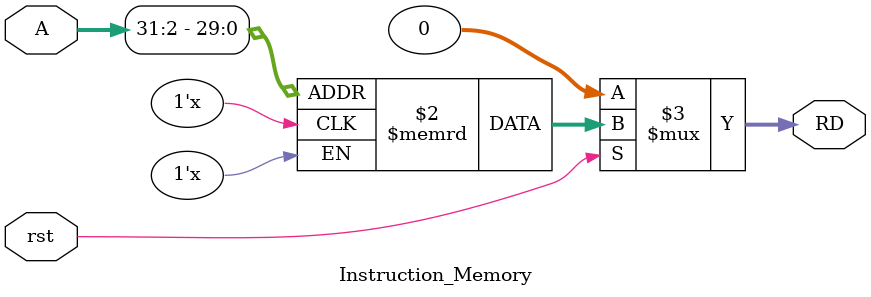
<source format=v>
module Instruction_Memory(rst,A,RD);

  input rst;
  input [31:0]A;
  output [31:0]RD;

  reg [31:0] mem [0:1023];
  
  assign RD = (rst == 1'b0) ? {32{1'b0}} : mem[A[31:2]];

//  initial begin
//    $readmemh("memfile.hex",mem);
//  end


/*
  initial begin
    //mem[0] = 32'hFFC4A303;
    //mem[1] = 32'h00832383;
    // mem[0] = 32'h0064A423;
    // mem[1] = 32'h00B62423;
    mem[0] = 32'h0062E233;
    // mem[1] = 32'h00B62423;

  end
*/
endmodule
</source>
